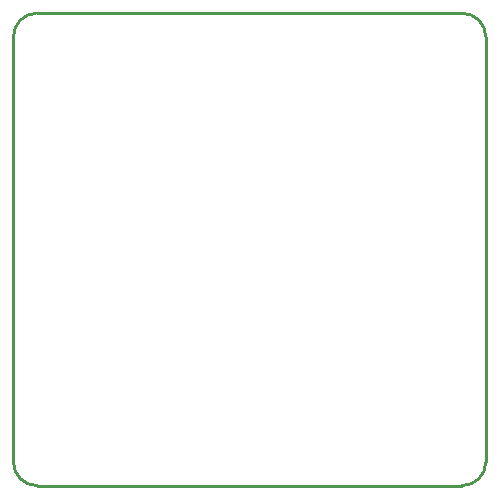
<source format=gko>
G04 Layer: BoardOutlineLayer*
G04 EasyEDA Pro v2.2.43.4, 2025-11-30 18:35:17*
G04 Gerber Generator version 0.3*
G04 Scale: 100 percent, Rotated: No, Reflected: No*
G04 Dimensions in millimeters*
G04 Leading zeros omitted, absolute positions, 4 integers and 5 decimals*
G04 Generated by custom config*
%FSLAX45Y45*%
%MOMM*%
%ADD10C,0.254*%
%ADD11C,0.3229*%
G75*


G04 Rect Start*
G54D10*
G01X0Y-3800000D02*
G01X0Y-200000D01*
G02X200000Y0I200000J0D01*
G01X3800000Y0D01*
G02X4000000Y-200000I0J-200000D01*
G01X4000000Y-3800000D01*
G02X3800000Y-4000000I-200000J0D01*
G01X200000Y-4000000D01*
G02X0Y-3800000I0J200000D01*
G04 Rect End*

M02*


</source>
